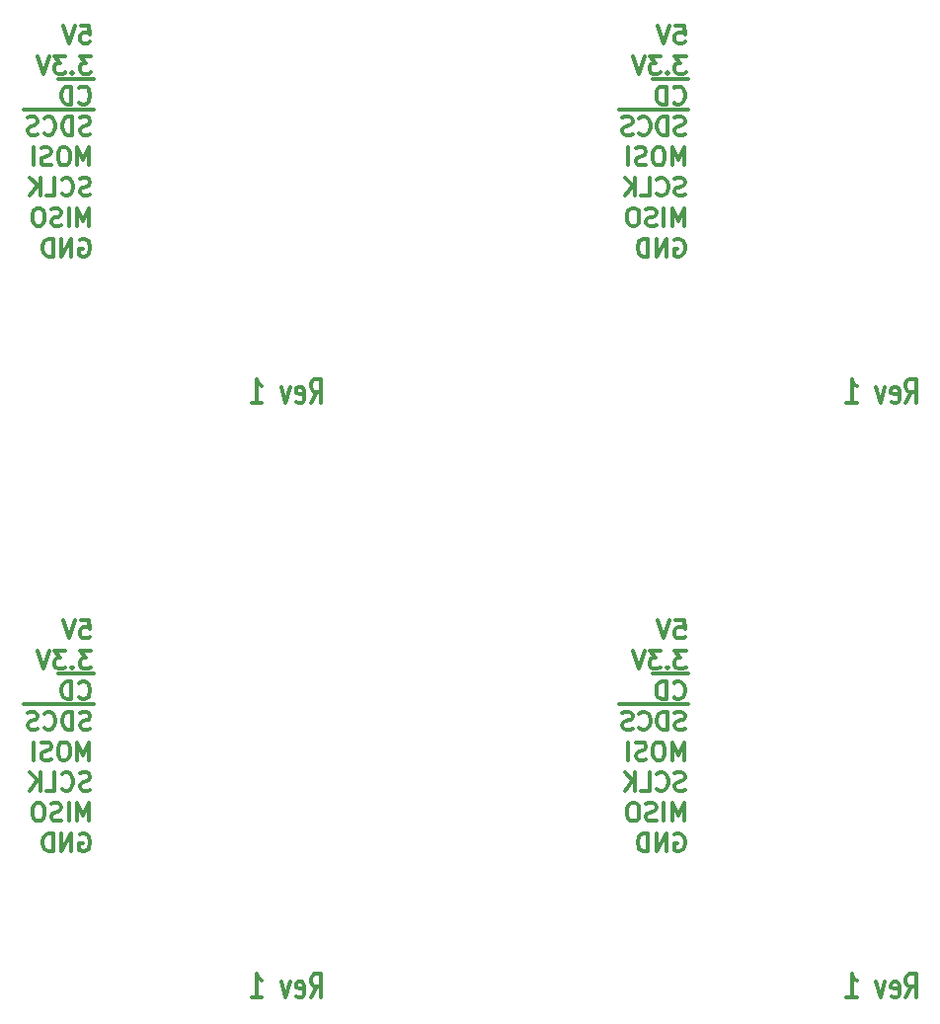
<source format=gbo>
%MOIN*%
%OFA0B0*%
%FSLAX46Y46*%
%IPPOS*%
%LPD*%
%ADD10C,0.012000000000000002*%
%ADD21C,0.012000000000000002*%
%ADD22C,0.012000000000000002*%
%ADD23C,0.012000000000000002*%
G01*
D10*
X0000275642Y0001355590D02*
X0000304213Y0001355590D01*
X0000307070Y0001326781D01*
X0000304213Y0001329662D01*
X0000298499Y0001332542D01*
X0000284213Y0001332542D01*
X0000278499Y0001329662D01*
X0000275642Y0001326781D01*
X0000272784Y0001321019D01*
X0000272784Y0001306614D01*
X0000275642Y0001300852D01*
X0000278499Y0001297971D01*
X0000284213Y0001295090D01*
X0000298499Y0001295090D01*
X0000304213Y0001297971D01*
X0000307070Y0001300852D01*
X0000255642Y0001355590D02*
X0000235642Y0001295090D01*
X0000215642Y0001355590D01*
X0000309927Y0001252840D02*
X0000272784Y0001252840D01*
X0000292784Y0001229792D01*
X0000284213Y0001229792D01*
X0000278499Y0001226912D01*
X0000275642Y0001224031D01*
X0000272784Y0001218269D01*
X0000272784Y0001203864D01*
X0000275642Y0001198102D01*
X0000278499Y0001195221D01*
X0000284213Y0001192340D01*
X0000301356Y0001192340D01*
X0000307070Y0001195221D01*
X0000309927Y0001198102D01*
X0000247070Y0001198102D02*
X0000244213Y0001195221D01*
X0000247070Y0001192340D01*
X0000249927Y0001195221D01*
X0000247070Y0001198102D01*
X0000247070Y0001192340D01*
X0000224213Y0001252840D02*
X0000187070Y0001252840D01*
X0000207070Y0001229792D01*
X0000198499Y0001229792D01*
X0000192784Y0001226912D01*
X0000189927Y0001224031D01*
X0000187070Y0001218269D01*
X0000187070Y0001203864D01*
X0000189927Y0001198102D01*
X0000192784Y0001195221D01*
X0000198499Y0001192340D01*
X0000215642Y0001192340D01*
X0000221356Y0001195221D01*
X0000224213Y0001198102D01*
X0000169927Y0001252840D02*
X0000149927Y0001192340D01*
X0000129927Y0001252840D01*
X0000318499Y0001176119D02*
X0000258499Y0001176119D01*
X0000269927Y0001095352D02*
X0000272784Y0001092471D01*
X0000281356Y0001089590D01*
X0000287070Y0001089590D01*
X0000295642Y0001092471D01*
X0000301356Y0001098233D01*
X0000304213Y0001103995D01*
X0000307070Y0001115519D01*
X0000307070Y0001124162D01*
X0000304213Y0001135685D01*
X0000301356Y0001141447D01*
X0000295642Y0001147209D01*
X0000287070Y0001150090D01*
X0000281356Y0001150090D01*
X0000272784Y0001147209D01*
X0000269927Y0001144328D01*
X0000258499Y0001176119D02*
X0000198499Y0001176119D01*
X0000244213Y0001089590D02*
X0000244213Y0001150090D01*
X0000229927Y0001150090D01*
X0000221356Y0001147209D01*
X0000215642Y0001141447D01*
X0000212784Y0001135685D01*
X0000209927Y0001124162D01*
X0000209927Y0001115519D01*
X0000212784Y0001103995D01*
X0000215642Y0001098233D01*
X0000221356Y0001092471D01*
X0000229927Y0001089590D01*
X0000244213Y0001089590D01*
X0000318499Y0001073369D02*
X0000261356Y0001073369D01*
X0000307070Y0000989721D02*
X0000298499Y0000986840D01*
X0000284213Y0000986840D01*
X0000278499Y0000989721D01*
X0000275642Y0000992602D01*
X0000272784Y0000998364D01*
X0000272784Y0001004126D01*
X0000275642Y0001009888D01*
X0000278499Y0001012769D01*
X0000284213Y0001015650D01*
X0000295642Y0001018531D01*
X0000301356Y0001021412D01*
X0000304213Y0001024292D01*
X0000307070Y0001030054D01*
X0000307070Y0001035816D01*
X0000304213Y0001041578D01*
X0000301356Y0001044459D01*
X0000295642Y0001047340D01*
X0000281356Y0001047340D01*
X0000272784Y0001044459D01*
X0000261356Y0001073369D02*
X0000201356Y0001073369D01*
X0000247070Y0000986840D02*
X0000247070Y0001047340D01*
X0000232784Y0001047340D01*
X0000224213Y0001044459D01*
X0000218499Y0001038697D01*
X0000215642Y0001032935D01*
X0000212784Y0001021412D01*
X0000212784Y0001012769D01*
X0000215642Y0001001245D01*
X0000218499Y0000995483D01*
X0000224213Y0000989721D01*
X0000232784Y0000986840D01*
X0000247070Y0000986840D01*
X0000201356Y0001073369D02*
X0000141356Y0001073369D01*
X0000152784Y0000992602D02*
X0000155642Y0000989721D01*
X0000164213Y0000986840D01*
X0000169927Y0000986840D01*
X0000178499Y0000989721D01*
X0000184213Y0000995483D01*
X0000187070Y0001001245D01*
X0000189927Y0001012769D01*
X0000189927Y0001021412D01*
X0000187070Y0001032935D01*
X0000184213Y0001038697D01*
X0000178499Y0001044459D01*
X0000169927Y0001047340D01*
X0000164213Y0001047340D01*
X0000155642Y0001044459D01*
X0000152784Y0001041578D01*
X0000141356Y0001073369D02*
X0000084213Y0001073369D01*
X0000129927Y0000989721D02*
X0000121356Y0000986840D01*
X0000107070Y0000986840D01*
X0000101356Y0000989721D01*
X0000098499Y0000992602D01*
X0000095642Y0000998364D01*
X0000095642Y0001004126D01*
X0000098499Y0001009888D01*
X0000101356Y0001012769D01*
X0000107070Y0001015650D01*
X0000118499Y0001018531D01*
X0000124213Y0001021412D01*
X0000127070Y0001024292D01*
X0000129927Y0001030054D01*
X0000129927Y0001035816D01*
X0000127070Y0001041578D01*
X0000124213Y0001044459D01*
X0000118499Y0001047340D01*
X0000104213Y0001047340D01*
X0000095642Y0001044459D01*
X0000304213Y0000884090D02*
X0000304213Y0000944590D01*
X0000284213Y0000901376D01*
X0000264213Y0000944590D01*
X0000264213Y0000884090D01*
X0000224213Y0000944590D02*
X0000212784Y0000944590D01*
X0000207070Y0000941709D01*
X0000201356Y0000935947D01*
X0000198499Y0000924423D01*
X0000198499Y0000904257D01*
X0000201356Y0000892733D01*
X0000207070Y0000886971D01*
X0000212784Y0000884090D01*
X0000224213Y0000884090D01*
X0000229927Y0000886971D01*
X0000235642Y0000892733D01*
X0000238499Y0000904257D01*
X0000238499Y0000924423D01*
X0000235642Y0000935947D01*
X0000229927Y0000941709D01*
X0000224213Y0000944590D01*
X0000175642Y0000886971D02*
X0000167070Y0000884090D01*
X0000152784Y0000884090D01*
X0000147070Y0000886971D01*
X0000144213Y0000889852D01*
X0000141356Y0000895614D01*
X0000141356Y0000901376D01*
X0000144213Y0000907138D01*
X0000147070Y0000910019D01*
X0000152784Y0000912900D01*
X0000164213Y0000915781D01*
X0000169927Y0000918662D01*
X0000172784Y0000921542D01*
X0000175642Y0000927304D01*
X0000175642Y0000933066D01*
X0000172784Y0000938828D01*
X0000169927Y0000941709D01*
X0000164213Y0000944590D01*
X0000149927Y0000944590D01*
X0000141356Y0000941709D01*
X0000115642Y0000884090D02*
X0000115642Y0000944590D01*
X0000307070Y0000784221D02*
X0000298499Y0000781340D01*
X0000284213Y0000781340D01*
X0000278499Y0000784221D01*
X0000275642Y0000787102D01*
X0000272784Y0000792864D01*
X0000272784Y0000798626D01*
X0000275642Y0000804388D01*
X0000278499Y0000807269D01*
X0000284213Y0000810150D01*
X0000295642Y0000813031D01*
X0000301356Y0000815912D01*
X0000304213Y0000818792D01*
X0000307070Y0000824554D01*
X0000307070Y0000830316D01*
X0000304213Y0000836078D01*
X0000301356Y0000838959D01*
X0000295642Y0000841840D01*
X0000281356Y0000841840D01*
X0000272784Y0000838959D01*
X0000212784Y0000787102D02*
X0000215642Y0000784221D01*
X0000224213Y0000781340D01*
X0000229927Y0000781340D01*
X0000238499Y0000784221D01*
X0000244213Y0000789983D01*
X0000247070Y0000795745D01*
X0000249927Y0000807269D01*
X0000249927Y0000815912D01*
X0000247070Y0000827435D01*
X0000244213Y0000833197D01*
X0000238499Y0000838959D01*
X0000229927Y0000841840D01*
X0000224213Y0000841840D01*
X0000215642Y0000838959D01*
X0000212784Y0000836078D01*
X0000158499Y0000781340D02*
X0000187070Y0000781340D01*
X0000187070Y0000841840D01*
X0000138499Y0000781340D02*
X0000138499Y0000841840D01*
X0000104213Y0000781340D02*
X0000129927Y0000815912D01*
X0000104213Y0000841840D02*
X0000138499Y0000807269D01*
X0000304213Y0000678590D02*
X0000304213Y0000739090D01*
X0000284213Y0000695876D01*
X0000264213Y0000739090D01*
X0000264213Y0000678590D01*
X0000235642Y0000678590D02*
X0000235642Y0000739090D01*
X0000209927Y0000681471D02*
X0000201356Y0000678590D01*
X0000187070Y0000678590D01*
X0000181356Y0000681471D01*
X0000178499Y0000684352D01*
X0000175642Y0000690114D01*
X0000175642Y0000695876D01*
X0000178499Y0000701638D01*
X0000181356Y0000704519D01*
X0000187070Y0000707400D01*
X0000198499Y0000710281D01*
X0000204213Y0000713162D01*
X0000207070Y0000716042D01*
X0000209927Y0000721804D01*
X0000209927Y0000727566D01*
X0000207070Y0000733328D01*
X0000204213Y0000736209D01*
X0000198499Y0000739090D01*
X0000184213Y0000739090D01*
X0000175642Y0000736209D01*
X0000138499Y0000739090D02*
X0000127070Y0000739090D01*
X0000121356Y0000736209D01*
X0000115642Y0000730447D01*
X0000112784Y0000718923D01*
X0000112784Y0000698757D01*
X0000115642Y0000687233D01*
X0000121356Y0000681471D01*
X0000127070Y0000678590D01*
X0000138499Y0000678590D01*
X0000144213Y0000681471D01*
X0000149927Y0000687233D01*
X0000152784Y0000698757D01*
X0000152784Y0000718923D01*
X0000149927Y0000730447D01*
X0000144213Y0000736209D01*
X0000138499Y0000739090D01*
X0000272784Y0000633459D02*
X0000278499Y0000636340D01*
X0000287070Y0000636340D01*
X0000295642Y0000633459D01*
X0000301356Y0000627697D01*
X0000304213Y0000621935D01*
X0000307070Y0000610412D01*
X0000307070Y0000601769D01*
X0000304213Y0000590245D01*
X0000301356Y0000584483D01*
X0000295642Y0000578721D01*
X0000287070Y0000575840D01*
X0000281356Y0000575840D01*
X0000272784Y0000578721D01*
X0000269927Y0000581602D01*
X0000269927Y0000601769D01*
X0000281356Y0000601769D01*
X0000244213Y0000575840D02*
X0000244213Y0000636340D01*
X0000209927Y0000575840D01*
X0000209927Y0000636340D01*
X0000181356Y0000575840D02*
X0000181356Y0000636340D01*
X0000167070Y0000636340D01*
X0000158499Y0000633459D01*
X0000152784Y0000627697D01*
X0000149927Y0000621935D01*
X0000147070Y0000610412D01*
X0000147070Y0000601769D01*
X0000149927Y0000590245D01*
X0000152784Y0000584483D01*
X0000158499Y0000578721D01*
X0000167070Y0000575840D01*
X0000181356Y0000575840D01*
X0001052727Y0000081644D02*
X0001072727Y0000119739D01*
X0001087013Y0000081644D02*
X0001087013Y0000161644D01*
X0001064156Y0000161644D01*
X0001058442Y0000157834D01*
X0001055584Y0000154025D01*
X0001052727Y0000146406D01*
X0001052727Y0000134977D01*
X0001055584Y0000127358D01*
X0001058442Y0000123548D01*
X0001064156Y0000119739D01*
X0001087013Y0000119739D01*
X0001004156Y0000085453D02*
X0001009870Y0000081644D01*
X0001021299Y0000081644D01*
X0001027013Y0000085453D01*
X0001029870Y0000093072D01*
X0001029870Y0000123548D01*
X0001027013Y0000131167D01*
X0001021299Y0000134977D01*
X0001009870Y0000134977D01*
X0001004156Y0000131167D01*
X0001001299Y0000123548D01*
X0001001299Y0000115929D01*
X0001029870Y0000108310D01*
X0000981299Y0000134977D02*
X0000967013Y0000081644D01*
X0000952727Y0000134977D01*
X0000852727Y0000081644D02*
X0000887013Y0000081644D01*
X0000869870Y0000081644D02*
X0000869870Y0000161644D01*
X0000875584Y0000150215D01*
X0000881299Y0000142596D01*
X0000887013Y0000138787D01*
G04 next file*
G04 #@! TF.GenerationSoftware,KiCad,Pcbnew,(5.1.10)-1*
G04 #@! TF.CreationDate,2021-09-22T18:41:59-04:00*
G04 #@! TF.ProjectId,SD_CARD_X49,53445f43-4152-4445-9f58-34392e6b6963,1*
G04 #@! TF.SameCoordinates,Original*
G04 #@! TF.FileFunction,Legend,Bot*
G04 #@! TF.FilePolarity,Positive*
G04 Gerber Fmt 4.6, Leading zero omitted, Abs format (unit mm)*
G04 Created by KiCad (PCBNEW (5.1.10)-1) date 2021-09-22 18:41:59*
G01*
G04 APERTURE LIST*
G04 APERTURE END LIST*
D21*
X0002283516Y0001355590D02*
X0002312087Y0001355590D01*
X0002314944Y0001326781D01*
X0002312087Y0001329662D01*
X0002306373Y0001332542D01*
X0002292087Y0001332542D01*
X0002286373Y0001329662D01*
X0002283516Y0001326781D01*
X0002280658Y0001321019D01*
X0002280658Y0001306614D01*
X0002283516Y0001300852D01*
X0002286373Y0001297971D01*
X0002292087Y0001295090D01*
X0002306373Y0001295090D01*
X0002312087Y0001297971D01*
X0002314944Y0001300852D01*
X0002263516Y0001355590D02*
X0002243516Y0001295090D01*
X0002223516Y0001355590D01*
X0002317801Y0001252840D02*
X0002280658Y0001252840D01*
X0002300658Y0001229792D01*
X0002292087Y0001229792D01*
X0002286373Y0001226912D01*
X0002283516Y0001224031D01*
X0002280658Y0001218269D01*
X0002280658Y0001203864D01*
X0002283516Y0001198102D01*
X0002286373Y0001195221D01*
X0002292087Y0001192340D01*
X0002309230Y0001192340D01*
X0002314944Y0001195221D01*
X0002317801Y0001198102D01*
X0002254944Y0001198102D02*
X0002252087Y0001195221D01*
X0002254944Y0001192340D01*
X0002257801Y0001195221D01*
X0002254944Y0001198102D01*
X0002254944Y0001192340D01*
X0002232087Y0001252840D02*
X0002194944Y0001252840D01*
X0002214944Y0001229792D01*
X0002206373Y0001229792D01*
X0002200658Y0001226912D01*
X0002197801Y0001224031D01*
X0002194944Y0001218269D01*
X0002194944Y0001203864D01*
X0002197801Y0001198102D01*
X0002200658Y0001195221D01*
X0002206373Y0001192340D01*
X0002223516Y0001192340D01*
X0002229230Y0001195221D01*
X0002232087Y0001198102D01*
X0002177801Y0001252840D02*
X0002157801Y0001192340D01*
X0002137801Y0001252840D01*
X0002326373Y0001176119D02*
X0002266373Y0001176119D01*
X0002277801Y0001095352D02*
X0002280658Y0001092471D01*
X0002289230Y0001089590D01*
X0002294944Y0001089590D01*
X0002303516Y0001092471D01*
X0002309230Y0001098233D01*
X0002312087Y0001103995D01*
X0002314944Y0001115519D01*
X0002314944Y0001124162D01*
X0002312087Y0001135685D01*
X0002309230Y0001141447D01*
X0002303516Y0001147209D01*
X0002294944Y0001150090D01*
X0002289230Y0001150090D01*
X0002280658Y0001147209D01*
X0002277801Y0001144328D01*
X0002266373Y0001176119D02*
X0002206373Y0001176119D01*
X0002252087Y0001089590D02*
X0002252087Y0001150090D01*
X0002237801Y0001150090D01*
X0002229230Y0001147209D01*
X0002223516Y0001141447D01*
X0002220658Y0001135685D01*
X0002217801Y0001124162D01*
X0002217801Y0001115519D01*
X0002220658Y0001103995D01*
X0002223516Y0001098233D01*
X0002229230Y0001092471D01*
X0002237801Y0001089590D01*
X0002252087Y0001089590D01*
X0002326373Y0001073369D02*
X0002269230Y0001073369D01*
X0002314944Y0000989721D02*
X0002306373Y0000986840D01*
X0002292087Y0000986840D01*
X0002286373Y0000989721D01*
X0002283516Y0000992602D01*
X0002280658Y0000998364D01*
X0002280658Y0001004126D01*
X0002283516Y0001009888D01*
X0002286373Y0001012769D01*
X0002292087Y0001015650D01*
X0002303516Y0001018531D01*
X0002309230Y0001021412D01*
X0002312087Y0001024292D01*
X0002314944Y0001030054D01*
X0002314944Y0001035816D01*
X0002312087Y0001041578D01*
X0002309230Y0001044459D01*
X0002303516Y0001047340D01*
X0002289230Y0001047340D01*
X0002280658Y0001044459D01*
X0002269230Y0001073369D02*
X0002209230Y0001073369D01*
X0002254944Y0000986840D02*
X0002254944Y0001047340D01*
X0002240658Y0001047340D01*
X0002232087Y0001044459D01*
X0002226373Y0001038697D01*
X0002223516Y0001032935D01*
X0002220658Y0001021412D01*
X0002220658Y0001012769D01*
X0002223516Y0001001245D01*
X0002226373Y0000995483D01*
X0002232087Y0000989721D01*
X0002240658Y0000986840D01*
X0002254944Y0000986840D01*
X0002209230Y0001073369D02*
X0002149230Y0001073369D01*
X0002160658Y0000992602D02*
X0002163516Y0000989721D01*
X0002172087Y0000986840D01*
X0002177801Y0000986840D01*
X0002186373Y0000989721D01*
X0002192087Y0000995483D01*
X0002194944Y0001001245D01*
X0002197801Y0001012769D01*
X0002197801Y0001021412D01*
X0002194944Y0001032935D01*
X0002192087Y0001038697D01*
X0002186373Y0001044459D01*
X0002177801Y0001047340D01*
X0002172087Y0001047340D01*
X0002163516Y0001044459D01*
X0002160658Y0001041578D01*
X0002149230Y0001073369D02*
X0002092087Y0001073369D01*
X0002137801Y0000989721D02*
X0002129230Y0000986840D01*
X0002114944Y0000986840D01*
X0002109230Y0000989721D01*
X0002106373Y0000992602D01*
X0002103516Y0000998364D01*
X0002103516Y0001004126D01*
X0002106373Y0001009888D01*
X0002109230Y0001012769D01*
X0002114944Y0001015650D01*
X0002126373Y0001018531D01*
X0002132087Y0001021412D01*
X0002134944Y0001024292D01*
X0002137801Y0001030054D01*
X0002137801Y0001035816D01*
X0002134944Y0001041578D01*
X0002132087Y0001044459D01*
X0002126373Y0001047340D01*
X0002112087Y0001047340D01*
X0002103516Y0001044459D01*
X0002312087Y0000884090D02*
X0002312087Y0000944590D01*
X0002292087Y0000901376D01*
X0002272087Y0000944590D01*
X0002272087Y0000884090D01*
X0002232087Y0000944590D02*
X0002220658Y0000944590D01*
X0002214944Y0000941709D01*
X0002209230Y0000935947D01*
X0002206373Y0000924423D01*
X0002206373Y0000904257D01*
X0002209230Y0000892733D01*
X0002214944Y0000886971D01*
X0002220658Y0000884090D01*
X0002232087Y0000884090D01*
X0002237801Y0000886971D01*
X0002243516Y0000892733D01*
X0002246373Y0000904257D01*
X0002246373Y0000924423D01*
X0002243516Y0000935947D01*
X0002237801Y0000941709D01*
X0002232087Y0000944590D01*
X0002183516Y0000886971D02*
X0002174944Y0000884090D01*
X0002160658Y0000884090D01*
X0002154944Y0000886971D01*
X0002152087Y0000889852D01*
X0002149230Y0000895614D01*
X0002149230Y0000901376D01*
X0002152087Y0000907138D01*
X0002154944Y0000910019D01*
X0002160658Y0000912900D01*
X0002172087Y0000915781D01*
X0002177801Y0000918662D01*
X0002180658Y0000921542D01*
X0002183516Y0000927304D01*
X0002183516Y0000933066D01*
X0002180658Y0000938828D01*
X0002177801Y0000941709D01*
X0002172087Y0000944590D01*
X0002157801Y0000944590D01*
X0002149230Y0000941709D01*
X0002123516Y0000884090D02*
X0002123516Y0000944590D01*
X0002314944Y0000784221D02*
X0002306373Y0000781340D01*
X0002292087Y0000781340D01*
X0002286373Y0000784221D01*
X0002283516Y0000787102D01*
X0002280658Y0000792864D01*
X0002280658Y0000798626D01*
X0002283516Y0000804388D01*
X0002286373Y0000807269D01*
X0002292087Y0000810150D01*
X0002303516Y0000813031D01*
X0002309230Y0000815912D01*
X0002312087Y0000818792D01*
X0002314944Y0000824554D01*
X0002314944Y0000830316D01*
X0002312087Y0000836078D01*
X0002309230Y0000838959D01*
X0002303516Y0000841840D01*
X0002289230Y0000841840D01*
X0002280658Y0000838959D01*
X0002220658Y0000787102D02*
X0002223516Y0000784221D01*
X0002232087Y0000781340D01*
X0002237801Y0000781340D01*
X0002246373Y0000784221D01*
X0002252087Y0000789983D01*
X0002254944Y0000795745D01*
X0002257801Y0000807269D01*
X0002257801Y0000815912D01*
X0002254944Y0000827435D01*
X0002252087Y0000833197D01*
X0002246373Y0000838959D01*
X0002237801Y0000841840D01*
X0002232087Y0000841840D01*
X0002223516Y0000838959D01*
X0002220658Y0000836078D01*
X0002166373Y0000781340D02*
X0002194944Y0000781340D01*
X0002194944Y0000841840D01*
X0002146373Y0000781340D02*
X0002146373Y0000841840D01*
X0002112087Y0000781340D02*
X0002137801Y0000815912D01*
X0002112087Y0000841840D02*
X0002146373Y0000807269D01*
X0002312087Y0000678590D02*
X0002312087Y0000739090D01*
X0002292087Y0000695876D01*
X0002272087Y0000739090D01*
X0002272087Y0000678590D01*
X0002243516Y0000678590D02*
X0002243516Y0000739090D01*
X0002217801Y0000681471D02*
X0002209230Y0000678590D01*
X0002194944Y0000678590D01*
X0002189230Y0000681471D01*
X0002186373Y0000684352D01*
X0002183516Y0000690114D01*
X0002183516Y0000695876D01*
X0002186373Y0000701638D01*
X0002189230Y0000704519D01*
X0002194944Y0000707400D01*
X0002206373Y0000710281D01*
X0002212087Y0000713162D01*
X0002214944Y0000716042D01*
X0002217801Y0000721804D01*
X0002217801Y0000727566D01*
X0002214944Y0000733328D01*
X0002212087Y0000736209D01*
X0002206373Y0000739090D01*
X0002192087Y0000739090D01*
X0002183516Y0000736209D01*
X0002146373Y0000739090D02*
X0002134944Y0000739090D01*
X0002129230Y0000736209D01*
X0002123516Y0000730447D01*
X0002120658Y0000718923D01*
X0002120658Y0000698757D01*
X0002123516Y0000687233D01*
X0002129230Y0000681471D01*
X0002134944Y0000678590D01*
X0002146373Y0000678590D01*
X0002152087Y0000681471D01*
X0002157801Y0000687233D01*
X0002160658Y0000698757D01*
X0002160658Y0000718923D01*
X0002157801Y0000730447D01*
X0002152087Y0000736209D01*
X0002146373Y0000739090D01*
X0002280658Y0000633459D02*
X0002286373Y0000636340D01*
X0002294944Y0000636340D01*
X0002303516Y0000633459D01*
X0002309230Y0000627697D01*
X0002312087Y0000621935D01*
X0002314944Y0000610412D01*
X0002314944Y0000601769D01*
X0002312087Y0000590245D01*
X0002309230Y0000584483D01*
X0002303516Y0000578721D01*
X0002294944Y0000575840D01*
X0002289230Y0000575840D01*
X0002280658Y0000578721D01*
X0002277801Y0000581602D01*
X0002277801Y0000601769D01*
X0002289230Y0000601769D01*
X0002252087Y0000575840D02*
X0002252087Y0000636340D01*
X0002217801Y0000575840D01*
X0002217801Y0000636340D01*
X0002189230Y0000575840D02*
X0002189230Y0000636340D01*
X0002174944Y0000636340D01*
X0002166373Y0000633459D01*
X0002160658Y0000627697D01*
X0002157801Y0000621935D01*
X0002154944Y0000610412D01*
X0002154944Y0000601769D01*
X0002157801Y0000590245D01*
X0002160658Y0000584483D01*
X0002166373Y0000578721D01*
X0002174944Y0000575840D01*
X0002189230Y0000575840D01*
X0003060601Y0000081644D02*
X0003080601Y0000119739D01*
X0003094887Y0000081644D02*
X0003094887Y0000161644D01*
X0003072030Y0000161644D01*
X0003066316Y0000157834D01*
X0003063458Y0000154025D01*
X0003060601Y0000146406D01*
X0003060601Y0000134977D01*
X0003063458Y0000127358D01*
X0003066316Y0000123548D01*
X0003072030Y0000119739D01*
X0003094887Y0000119739D01*
X0003012030Y0000085453D02*
X0003017744Y0000081644D01*
X0003029173Y0000081644D01*
X0003034887Y0000085453D01*
X0003037744Y0000093072D01*
X0003037744Y0000123548D01*
X0003034887Y0000131167D01*
X0003029173Y0000134977D01*
X0003017744Y0000134977D01*
X0003012030Y0000131167D01*
X0003009173Y0000123548D01*
X0003009173Y0000115929D01*
X0003037744Y0000108310D01*
X0002989173Y0000134977D02*
X0002974887Y0000081644D01*
X0002960601Y0000134977D01*
X0002860601Y0000081644D02*
X0002894887Y0000081644D01*
X0002877744Y0000081644D02*
X0002877744Y0000161644D01*
X0002883458Y0000150215D01*
X0002889173Y0000142596D01*
X0002894887Y0000138787D01*
G04 next file*
G04 #@! TF.GenerationSoftware,KiCad,Pcbnew,(5.1.10)-1*
G04 #@! TF.CreationDate,2021-09-22T18:41:59-04:00*
G04 #@! TF.ProjectId,SD_CARD_X49,53445f43-4152-4445-9f58-34392e6b6963,1*
G04 #@! TF.SameCoordinates,Original*
G04 #@! TF.FileFunction,Legend,Bot*
G04 #@! TF.FilePolarity,Positive*
G04 Gerber Fmt 4.6, Leading zero omitted, Abs format (unit mm)*
G04 Created by KiCad (PCBNEW (5.1.10)-1) date 2021-09-22 18:41:59*
G01*
G04 APERTURE LIST*
G04 APERTURE END LIST*
D22*
X0000275642Y0003363464D02*
X0000304213Y0003363464D01*
X0000307070Y0003334655D01*
X0000304213Y0003337536D01*
X0000298499Y0003340417D01*
X0000284213Y0003340417D01*
X0000278499Y0003337536D01*
X0000275642Y0003334655D01*
X0000272784Y0003328893D01*
X0000272784Y0003314488D01*
X0000275642Y0003308726D01*
X0000278499Y0003305845D01*
X0000284213Y0003302964D01*
X0000298499Y0003302964D01*
X0000304213Y0003305845D01*
X0000307070Y0003308726D01*
X0000255642Y0003363464D02*
X0000235642Y0003302964D01*
X0000215642Y0003363464D01*
X0000309927Y0003260714D02*
X0000272784Y0003260714D01*
X0000292784Y0003237666D01*
X0000284213Y0003237666D01*
X0000278499Y0003234786D01*
X0000275642Y0003231905D01*
X0000272784Y0003226143D01*
X0000272784Y0003211738D01*
X0000275642Y0003205976D01*
X0000278499Y0003203095D01*
X0000284213Y0003200214D01*
X0000301356Y0003200214D01*
X0000307070Y0003203095D01*
X0000309927Y0003205976D01*
X0000247070Y0003205976D02*
X0000244213Y0003203095D01*
X0000247070Y0003200214D01*
X0000249927Y0003203095D01*
X0000247070Y0003205976D01*
X0000247070Y0003200214D01*
X0000224213Y0003260714D02*
X0000187070Y0003260714D01*
X0000207070Y0003237666D01*
X0000198499Y0003237666D01*
X0000192784Y0003234786D01*
X0000189927Y0003231905D01*
X0000187070Y0003226143D01*
X0000187070Y0003211738D01*
X0000189927Y0003205976D01*
X0000192784Y0003203095D01*
X0000198499Y0003200214D01*
X0000215642Y0003200214D01*
X0000221356Y0003203095D01*
X0000224213Y0003205976D01*
X0000169927Y0003260714D02*
X0000149927Y0003200214D01*
X0000129927Y0003260714D01*
X0000318499Y0003183993D02*
X0000258499Y0003183993D01*
X0000269927Y0003103226D02*
X0000272784Y0003100345D01*
X0000281356Y0003097464D01*
X0000287070Y0003097464D01*
X0000295642Y0003100345D01*
X0000301356Y0003106107D01*
X0000304213Y0003111869D01*
X0000307070Y0003123393D01*
X0000307070Y0003132036D01*
X0000304213Y0003143559D01*
X0000301356Y0003149321D01*
X0000295642Y0003155083D01*
X0000287070Y0003157964D01*
X0000281356Y0003157964D01*
X0000272784Y0003155083D01*
X0000269927Y0003152202D01*
X0000258499Y0003183993D02*
X0000198499Y0003183993D01*
X0000244213Y0003097464D02*
X0000244213Y0003157964D01*
X0000229927Y0003157964D01*
X0000221356Y0003155083D01*
X0000215642Y0003149321D01*
X0000212784Y0003143559D01*
X0000209927Y0003132036D01*
X0000209927Y0003123393D01*
X0000212784Y0003111869D01*
X0000215642Y0003106107D01*
X0000221356Y0003100345D01*
X0000229927Y0003097464D01*
X0000244213Y0003097464D01*
X0000318499Y0003081243D02*
X0000261356Y0003081243D01*
X0000307070Y0002997595D02*
X0000298499Y0002994714D01*
X0000284213Y0002994714D01*
X0000278499Y0002997595D01*
X0000275642Y0003000476D01*
X0000272784Y0003006238D01*
X0000272784Y0003012000D01*
X0000275642Y0003017762D01*
X0000278499Y0003020643D01*
X0000284213Y0003023524D01*
X0000295642Y0003026405D01*
X0000301356Y0003029286D01*
X0000304213Y0003032167D01*
X0000307070Y0003037928D01*
X0000307070Y0003043690D01*
X0000304213Y0003049452D01*
X0000301356Y0003052333D01*
X0000295642Y0003055214D01*
X0000281356Y0003055214D01*
X0000272784Y0003052333D01*
X0000261356Y0003081243D02*
X0000201356Y0003081243D01*
X0000247070Y0002994714D02*
X0000247070Y0003055214D01*
X0000232784Y0003055214D01*
X0000224213Y0003052333D01*
X0000218499Y0003046571D01*
X0000215642Y0003040809D01*
X0000212784Y0003029286D01*
X0000212784Y0003020643D01*
X0000215642Y0003009119D01*
X0000218499Y0003003357D01*
X0000224213Y0002997595D01*
X0000232784Y0002994714D01*
X0000247070Y0002994714D01*
X0000201356Y0003081243D02*
X0000141356Y0003081243D01*
X0000152784Y0003000476D02*
X0000155642Y0002997595D01*
X0000164213Y0002994714D01*
X0000169927Y0002994714D01*
X0000178499Y0002997595D01*
X0000184213Y0003003357D01*
X0000187070Y0003009119D01*
X0000189927Y0003020643D01*
X0000189927Y0003029286D01*
X0000187070Y0003040809D01*
X0000184213Y0003046571D01*
X0000178499Y0003052333D01*
X0000169927Y0003055214D01*
X0000164213Y0003055214D01*
X0000155642Y0003052333D01*
X0000152784Y0003049452D01*
X0000141356Y0003081243D02*
X0000084213Y0003081243D01*
X0000129927Y0002997595D02*
X0000121356Y0002994714D01*
X0000107070Y0002994714D01*
X0000101356Y0002997595D01*
X0000098499Y0003000476D01*
X0000095642Y0003006238D01*
X0000095642Y0003012000D01*
X0000098499Y0003017762D01*
X0000101356Y0003020643D01*
X0000107070Y0003023524D01*
X0000118499Y0003026405D01*
X0000124213Y0003029286D01*
X0000127070Y0003032167D01*
X0000129927Y0003037928D01*
X0000129927Y0003043690D01*
X0000127070Y0003049452D01*
X0000124213Y0003052333D01*
X0000118499Y0003055214D01*
X0000104213Y0003055214D01*
X0000095642Y0003052333D01*
X0000304213Y0002891964D02*
X0000304213Y0002952464D01*
X0000284213Y0002909250D01*
X0000264213Y0002952464D01*
X0000264213Y0002891964D01*
X0000224213Y0002952464D02*
X0000212784Y0002952464D01*
X0000207070Y0002949583D01*
X0000201356Y0002943821D01*
X0000198499Y0002932297D01*
X0000198499Y0002912131D01*
X0000201356Y0002900607D01*
X0000207070Y0002894845D01*
X0000212784Y0002891964D01*
X0000224213Y0002891964D01*
X0000229927Y0002894845D01*
X0000235642Y0002900607D01*
X0000238499Y0002912131D01*
X0000238499Y0002932297D01*
X0000235642Y0002943821D01*
X0000229927Y0002949583D01*
X0000224213Y0002952464D01*
X0000175642Y0002894845D02*
X0000167070Y0002891964D01*
X0000152784Y0002891964D01*
X0000147070Y0002894845D01*
X0000144213Y0002897726D01*
X0000141356Y0002903488D01*
X0000141356Y0002909250D01*
X0000144213Y0002915012D01*
X0000147070Y0002917893D01*
X0000152784Y0002920774D01*
X0000164213Y0002923655D01*
X0000169927Y0002926536D01*
X0000172784Y0002929417D01*
X0000175642Y0002935178D01*
X0000175642Y0002940940D01*
X0000172784Y0002946702D01*
X0000169927Y0002949583D01*
X0000164213Y0002952464D01*
X0000149927Y0002952464D01*
X0000141356Y0002949583D01*
X0000115642Y0002891964D02*
X0000115642Y0002952464D01*
X0000307070Y0002792095D02*
X0000298499Y0002789214D01*
X0000284213Y0002789214D01*
X0000278499Y0002792095D01*
X0000275642Y0002794976D01*
X0000272784Y0002800738D01*
X0000272784Y0002806500D01*
X0000275642Y0002812262D01*
X0000278499Y0002815143D01*
X0000284213Y0002818024D01*
X0000295642Y0002820905D01*
X0000301356Y0002823786D01*
X0000304213Y0002826667D01*
X0000307070Y0002832428D01*
X0000307070Y0002838190D01*
X0000304213Y0002843952D01*
X0000301356Y0002846833D01*
X0000295642Y0002849714D01*
X0000281356Y0002849714D01*
X0000272784Y0002846833D01*
X0000212784Y0002794976D02*
X0000215642Y0002792095D01*
X0000224213Y0002789214D01*
X0000229927Y0002789214D01*
X0000238499Y0002792095D01*
X0000244213Y0002797857D01*
X0000247070Y0002803619D01*
X0000249927Y0002815143D01*
X0000249927Y0002823786D01*
X0000247070Y0002835309D01*
X0000244213Y0002841071D01*
X0000238499Y0002846833D01*
X0000229927Y0002849714D01*
X0000224213Y0002849714D01*
X0000215642Y0002846833D01*
X0000212784Y0002843952D01*
X0000158499Y0002789214D02*
X0000187070Y0002789214D01*
X0000187070Y0002849714D01*
X0000138499Y0002789214D02*
X0000138499Y0002849714D01*
X0000104213Y0002789214D02*
X0000129927Y0002823786D01*
X0000104213Y0002849714D02*
X0000138499Y0002815143D01*
X0000304213Y0002686464D02*
X0000304213Y0002746964D01*
X0000284213Y0002703750D01*
X0000264213Y0002746964D01*
X0000264213Y0002686464D01*
X0000235642Y0002686464D02*
X0000235642Y0002746964D01*
X0000209927Y0002689345D02*
X0000201356Y0002686464D01*
X0000187070Y0002686464D01*
X0000181356Y0002689345D01*
X0000178499Y0002692226D01*
X0000175642Y0002697988D01*
X0000175642Y0002703750D01*
X0000178499Y0002709512D01*
X0000181356Y0002712393D01*
X0000187070Y0002715274D01*
X0000198499Y0002718155D01*
X0000204213Y0002721036D01*
X0000207070Y0002723916D01*
X0000209927Y0002729678D01*
X0000209927Y0002735440D01*
X0000207070Y0002741202D01*
X0000204213Y0002744083D01*
X0000198499Y0002746964D01*
X0000184213Y0002746964D01*
X0000175642Y0002744083D01*
X0000138499Y0002746964D02*
X0000127070Y0002746964D01*
X0000121356Y0002744083D01*
X0000115642Y0002738321D01*
X0000112784Y0002726797D01*
X0000112784Y0002706631D01*
X0000115642Y0002695107D01*
X0000121356Y0002689345D01*
X0000127070Y0002686464D01*
X0000138499Y0002686464D01*
X0000144213Y0002689345D01*
X0000149927Y0002695107D01*
X0000152784Y0002706631D01*
X0000152784Y0002726797D01*
X0000149927Y0002738321D01*
X0000144213Y0002744083D01*
X0000138499Y0002746964D01*
X0000272784Y0002641333D02*
X0000278499Y0002644214D01*
X0000287070Y0002644214D01*
X0000295642Y0002641333D01*
X0000301356Y0002635571D01*
X0000304213Y0002629809D01*
X0000307070Y0002618286D01*
X0000307070Y0002609643D01*
X0000304213Y0002598119D01*
X0000301356Y0002592357D01*
X0000295642Y0002586595D01*
X0000287070Y0002583714D01*
X0000281356Y0002583714D01*
X0000272784Y0002586595D01*
X0000269927Y0002589476D01*
X0000269927Y0002609643D01*
X0000281356Y0002609643D01*
X0000244213Y0002583714D02*
X0000244213Y0002644214D01*
X0000209927Y0002583714D01*
X0000209927Y0002644214D01*
X0000181356Y0002583714D02*
X0000181356Y0002644214D01*
X0000167070Y0002644214D01*
X0000158499Y0002641333D01*
X0000152784Y0002635571D01*
X0000149927Y0002629809D01*
X0000147070Y0002618286D01*
X0000147070Y0002609643D01*
X0000149927Y0002598119D01*
X0000152784Y0002592357D01*
X0000158499Y0002586595D01*
X0000167070Y0002583714D01*
X0000181356Y0002583714D01*
X0001052727Y0002089518D02*
X0001072727Y0002127613D01*
X0001087013Y0002089518D02*
X0001087013Y0002169518D01*
X0001064156Y0002169518D01*
X0001058442Y0002165708D01*
X0001055584Y0002161899D01*
X0001052727Y0002154280D01*
X0001052727Y0002142851D01*
X0001055584Y0002135232D01*
X0001058442Y0002131422D01*
X0001064156Y0002127613D01*
X0001087013Y0002127613D01*
X0001004156Y0002093327D02*
X0001009870Y0002089518D01*
X0001021299Y0002089518D01*
X0001027013Y0002093327D01*
X0001029870Y0002100946D01*
X0001029870Y0002131422D01*
X0001027013Y0002139042D01*
X0001021299Y0002142851D01*
X0001009870Y0002142851D01*
X0001004156Y0002139042D01*
X0001001299Y0002131422D01*
X0001001299Y0002123803D01*
X0001029870Y0002116184D01*
X0000981299Y0002142851D02*
X0000967013Y0002089518D01*
X0000952727Y0002142851D01*
X0000852727Y0002089518D02*
X0000887013Y0002089518D01*
X0000869870Y0002089518D02*
X0000869870Y0002169518D01*
X0000875584Y0002158089D01*
X0000881299Y0002150470D01*
X0000887013Y0002146661D01*
G04 next file*
G04 #@! TF.GenerationSoftware,KiCad,Pcbnew,(5.1.10)-1*
G04 #@! TF.CreationDate,2021-09-22T18:41:59-04:00*
G04 #@! TF.ProjectId,SD_CARD_X49,53445f43-4152-4445-9f58-34392e6b6963,1*
G04 #@! TF.SameCoordinates,Original*
G04 #@! TF.FileFunction,Legend,Bot*
G04 #@! TF.FilePolarity,Positive*
G04 Gerber Fmt 4.6, Leading zero omitted, Abs format (unit mm)*
G04 Created by KiCad (PCBNEW (5.1.10)-1) date 2021-09-22 18:41:59*
G01*
G04 APERTURE LIST*
G04 APERTURE END LIST*
D23*
X0002283516Y0003363464D02*
X0002312087Y0003363464D01*
X0002314944Y0003334655D01*
X0002312087Y0003337536D01*
X0002306373Y0003340417D01*
X0002292087Y0003340417D01*
X0002286373Y0003337536D01*
X0002283516Y0003334655D01*
X0002280658Y0003328893D01*
X0002280658Y0003314488D01*
X0002283516Y0003308726D01*
X0002286373Y0003305845D01*
X0002292087Y0003302964D01*
X0002306373Y0003302964D01*
X0002312087Y0003305845D01*
X0002314944Y0003308726D01*
X0002263516Y0003363464D02*
X0002243516Y0003302964D01*
X0002223516Y0003363464D01*
X0002317801Y0003260714D02*
X0002280658Y0003260714D01*
X0002300658Y0003237666D01*
X0002292087Y0003237666D01*
X0002286373Y0003234786D01*
X0002283516Y0003231905D01*
X0002280658Y0003226143D01*
X0002280658Y0003211738D01*
X0002283516Y0003205976D01*
X0002286373Y0003203095D01*
X0002292087Y0003200214D01*
X0002309230Y0003200214D01*
X0002314944Y0003203095D01*
X0002317801Y0003205976D01*
X0002254944Y0003205976D02*
X0002252087Y0003203095D01*
X0002254944Y0003200214D01*
X0002257801Y0003203095D01*
X0002254944Y0003205976D01*
X0002254944Y0003200214D01*
X0002232087Y0003260714D02*
X0002194944Y0003260714D01*
X0002214944Y0003237666D01*
X0002206373Y0003237666D01*
X0002200658Y0003234786D01*
X0002197801Y0003231905D01*
X0002194944Y0003226143D01*
X0002194944Y0003211738D01*
X0002197801Y0003205976D01*
X0002200658Y0003203095D01*
X0002206373Y0003200214D01*
X0002223516Y0003200214D01*
X0002229230Y0003203095D01*
X0002232087Y0003205976D01*
X0002177801Y0003260714D02*
X0002157801Y0003200214D01*
X0002137801Y0003260714D01*
X0002326373Y0003183993D02*
X0002266373Y0003183993D01*
X0002277801Y0003103226D02*
X0002280658Y0003100345D01*
X0002289230Y0003097464D01*
X0002294944Y0003097464D01*
X0002303516Y0003100345D01*
X0002309230Y0003106107D01*
X0002312087Y0003111869D01*
X0002314944Y0003123393D01*
X0002314944Y0003132036D01*
X0002312087Y0003143559D01*
X0002309230Y0003149321D01*
X0002303516Y0003155083D01*
X0002294944Y0003157964D01*
X0002289230Y0003157964D01*
X0002280658Y0003155083D01*
X0002277801Y0003152202D01*
X0002266373Y0003183993D02*
X0002206373Y0003183993D01*
X0002252087Y0003097464D02*
X0002252087Y0003157964D01*
X0002237801Y0003157964D01*
X0002229230Y0003155083D01*
X0002223516Y0003149321D01*
X0002220658Y0003143559D01*
X0002217801Y0003132036D01*
X0002217801Y0003123393D01*
X0002220658Y0003111869D01*
X0002223516Y0003106107D01*
X0002229230Y0003100345D01*
X0002237801Y0003097464D01*
X0002252087Y0003097464D01*
X0002326373Y0003081243D02*
X0002269230Y0003081243D01*
X0002314944Y0002997595D02*
X0002306373Y0002994714D01*
X0002292087Y0002994714D01*
X0002286373Y0002997595D01*
X0002283516Y0003000476D01*
X0002280658Y0003006238D01*
X0002280658Y0003012000D01*
X0002283516Y0003017762D01*
X0002286373Y0003020643D01*
X0002292087Y0003023524D01*
X0002303516Y0003026405D01*
X0002309230Y0003029286D01*
X0002312087Y0003032167D01*
X0002314944Y0003037928D01*
X0002314944Y0003043690D01*
X0002312087Y0003049452D01*
X0002309230Y0003052333D01*
X0002303516Y0003055214D01*
X0002289230Y0003055214D01*
X0002280658Y0003052333D01*
X0002269230Y0003081243D02*
X0002209230Y0003081243D01*
X0002254944Y0002994714D02*
X0002254944Y0003055214D01*
X0002240658Y0003055214D01*
X0002232087Y0003052333D01*
X0002226373Y0003046571D01*
X0002223516Y0003040809D01*
X0002220658Y0003029286D01*
X0002220658Y0003020643D01*
X0002223516Y0003009119D01*
X0002226373Y0003003357D01*
X0002232087Y0002997595D01*
X0002240658Y0002994714D01*
X0002254944Y0002994714D01*
X0002209230Y0003081243D02*
X0002149230Y0003081243D01*
X0002160658Y0003000476D02*
X0002163516Y0002997595D01*
X0002172087Y0002994714D01*
X0002177801Y0002994714D01*
X0002186373Y0002997595D01*
X0002192087Y0003003357D01*
X0002194944Y0003009119D01*
X0002197801Y0003020643D01*
X0002197801Y0003029286D01*
X0002194944Y0003040809D01*
X0002192087Y0003046571D01*
X0002186373Y0003052333D01*
X0002177801Y0003055214D01*
X0002172087Y0003055214D01*
X0002163516Y0003052333D01*
X0002160658Y0003049452D01*
X0002149230Y0003081243D02*
X0002092087Y0003081243D01*
X0002137801Y0002997595D02*
X0002129230Y0002994714D01*
X0002114944Y0002994714D01*
X0002109230Y0002997595D01*
X0002106373Y0003000476D01*
X0002103516Y0003006238D01*
X0002103516Y0003012000D01*
X0002106373Y0003017762D01*
X0002109230Y0003020643D01*
X0002114944Y0003023524D01*
X0002126373Y0003026405D01*
X0002132087Y0003029286D01*
X0002134944Y0003032167D01*
X0002137801Y0003037928D01*
X0002137801Y0003043690D01*
X0002134944Y0003049452D01*
X0002132087Y0003052333D01*
X0002126373Y0003055214D01*
X0002112087Y0003055214D01*
X0002103516Y0003052333D01*
X0002312087Y0002891964D02*
X0002312087Y0002952464D01*
X0002292087Y0002909250D01*
X0002272087Y0002952464D01*
X0002272087Y0002891964D01*
X0002232087Y0002952464D02*
X0002220658Y0002952464D01*
X0002214944Y0002949583D01*
X0002209230Y0002943821D01*
X0002206373Y0002932297D01*
X0002206373Y0002912131D01*
X0002209230Y0002900607D01*
X0002214944Y0002894845D01*
X0002220658Y0002891964D01*
X0002232087Y0002891964D01*
X0002237801Y0002894845D01*
X0002243516Y0002900607D01*
X0002246373Y0002912131D01*
X0002246373Y0002932297D01*
X0002243516Y0002943821D01*
X0002237801Y0002949583D01*
X0002232087Y0002952464D01*
X0002183516Y0002894845D02*
X0002174944Y0002891964D01*
X0002160658Y0002891964D01*
X0002154944Y0002894845D01*
X0002152087Y0002897726D01*
X0002149230Y0002903488D01*
X0002149230Y0002909250D01*
X0002152087Y0002915012D01*
X0002154944Y0002917893D01*
X0002160658Y0002920774D01*
X0002172087Y0002923655D01*
X0002177801Y0002926536D01*
X0002180658Y0002929417D01*
X0002183516Y0002935178D01*
X0002183516Y0002940940D01*
X0002180658Y0002946702D01*
X0002177801Y0002949583D01*
X0002172087Y0002952464D01*
X0002157801Y0002952464D01*
X0002149230Y0002949583D01*
X0002123516Y0002891964D02*
X0002123516Y0002952464D01*
X0002314944Y0002792095D02*
X0002306373Y0002789214D01*
X0002292087Y0002789214D01*
X0002286373Y0002792095D01*
X0002283516Y0002794976D01*
X0002280658Y0002800738D01*
X0002280658Y0002806500D01*
X0002283516Y0002812262D01*
X0002286373Y0002815143D01*
X0002292087Y0002818024D01*
X0002303516Y0002820905D01*
X0002309230Y0002823786D01*
X0002312087Y0002826667D01*
X0002314944Y0002832428D01*
X0002314944Y0002838190D01*
X0002312087Y0002843952D01*
X0002309230Y0002846833D01*
X0002303516Y0002849714D01*
X0002289230Y0002849714D01*
X0002280658Y0002846833D01*
X0002220658Y0002794976D02*
X0002223516Y0002792095D01*
X0002232087Y0002789214D01*
X0002237801Y0002789214D01*
X0002246373Y0002792095D01*
X0002252087Y0002797857D01*
X0002254944Y0002803619D01*
X0002257801Y0002815143D01*
X0002257801Y0002823786D01*
X0002254944Y0002835309D01*
X0002252087Y0002841071D01*
X0002246373Y0002846833D01*
X0002237801Y0002849714D01*
X0002232087Y0002849714D01*
X0002223516Y0002846833D01*
X0002220658Y0002843952D01*
X0002166373Y0002789214D02*
X0002194944Y0002789214D01*
X0002194944Y0002849714D01*
X0002146373Y0002789214D02*
X0002146373Y0002849714D01*
X0002112087Y0002789214D02*
X0002137801Y0002823786D01*
X0002112087Y0002849714D02*
X0002146373Y0002815143D01*
X0002312087Y0002686464D02*
X0002312087Y0002746964D01*
X0002292087Y0002703750D01*
X0002272087Y0002746964D01*
X0002272087Y0002686464D01*
X0002243516Y0002686464D02*
X0002243516Y0002746964D01*
X0002217801Y0002689345D02*
X0002209230Y0002686464D01*
X0002194944Y0002686464D01*
X0002189230Y0002689345D01*
X0002186373Y0002692226D01*
X0002183516Y0002697988D01*
X0002183516Y0002703750D01*
X0002186373Y0002709512D01*
X0002189230Y0002712393D01*
X0002194944Y0002715274D01*
X0002206373Y0002718155D01*
X0002212087Y0002721036D01*
X0002214944Y0002723916D01*
X0002217801Y0002729678D01*
X0002217801Y0002735440D01*
X0002214944Y0002741202D01*
X0002212087Y0002744083D01*
X0002206373Y0002746964D01*
X0002192087Y0002746964D01*
X0002183516Y0002744083D01*
X0002146373Y0002746964D02*
X0002134944Y0002746964D01*
X0002129230Y0002744083D01*
X0002123516Y0002738321D01*
X0002120658Y0002726797D01*
X0002120658Y0002706631D01*
X0002123516Y0002695107D01*
X0002129230Y0002689345D01*
X0002134944Y0002686464D01*
X0002146373Y0002686464D01*
X0002152087Y0002689345D01*
X0002157801Y0002695107D01*
X0002160658Y0002706631D01*
X0002160658Y0002726797D01*
X0002157801Y0002738321D01*
X0002152087Y0002744083D01*
X0002146373Y0002746964D01*
X0002280658Y0002641333D02*
X0002286373Y0002644214D01*
X0002294944Y0002644214D01*
X0002303516Y0002641333D01*
X0002309230Y0002635571D01*
X0002312087Y0002629809D01*
X0002314944Y0002618286D01*
X0002314944Y0002609643D01*
X0002312087Y0002598119D01*
X0002309230Y0002592357D01*
X0002303516Y0002586595D01*
X0002294944Y0002583714D01*
X0002289230Y0002583714D01*
X0002280658Y0002586595D01*
X0002277801Y0002589476D01*
X0002277801Y0002609643D01*
X0002289230Y0002609643D01*
X0002252087Y0002583714D02*
X0002252087Y0002644214D01*
X0002217801Y0002583714D01*
X0002217801Y0002644214D01*
X0002189230Y0002583714D02*
X0002189230Y0002644214D01*
X0002174944Y0002644214D01*
X0002166373Y0002641333D01*
X0002160658Y0002635571D01*
X0002157801Y0002629809D01*
X0002154944Y0002618286D01*
X0002154944Y0002609643D01*
X0002157801Y0002598119D01*
X0002160658Y0002592357D01*
X0002166373Y0002586595D01*
X0002174944Y0002583714D01*
X0002189230Y0002583714D01*
X0003060601Y0002089518D02*
X0003080601Y0002127613D01*
X0003094887Y0002089518D02*
X0003094887Y0002169518D01*
X0003072030Y0002169518D01*
X0003066316Y0002165708D01*
X0003063458Y0002161899D01*
X0003060601Y0002154280D01*
X0003060601Y0002142851D01*
X0003063458Y0002135232D01*
X0003066316Y0002131422D01*
X0003072030Y0002127613D01*
X0003094887Y0002127613D01*
X0003012030Y0002093327D02*
X0003017744Y0002089518D01*
X0003029173Y0002089518D01*
X0003034887Y0002093327D01*
X0003037744Y0002100946D01*
X0003037744Y0002131422D01*
X0003034887Y0002139042D01*
X0003029173Y0002142851D01*
X0003017744Y0002142851D01*
X0003012030Y0002139042D01*
X0003009173Y0002131422D01*
X0003009173Y0002123803D01*
X0003037744Y0002116184D01*
X0002989173Y0002142851D02*
X0002974887Y0002089518D01*
X0002960601Y0002142851D01*
X0002860601Y0002089518D02*
X0002894887Y0002089518D01*
X0002877744Y0002089518D02*
X0002877744Y0002169518D01*
X0002883458Y0002158089D01*
X0002889173Y0002150470D01*
X0002894887Y0002146661D01*
M02*
</source>
